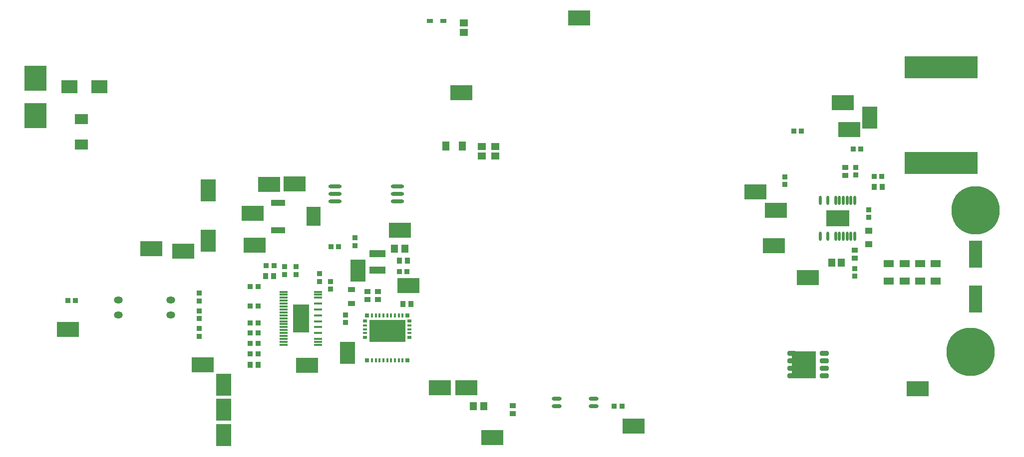
<source format=gbr>
%TF.GenerationSoftware,Altium Limited,Altium Designer,19.0.10 (269)*%
G04 Layer_Color=8421504*
%FSLAX26Y26*%
%MOIN*%
%TF.FileFunction,Paste,Top*%
%TF.Part,Single*%
G01*
G75*
%TA.AperFunction,SMDPad,CuDef*%
%ADD10O,0.017716X0.062992*%
%ADD11R,0.151969X0.107874*%
%ADD12R,0.150000X0.166929*%
%ADD13R,0.485039X0.150591*%
%ADD14R,0.055118X0.051181*%
%ADD15R,0.047244X0.064961*%
%ADD16R,0.149606X0.098425*%
%ADD17R,0.090000X0.070000*%
%ADD18R,0.161417X0.183465*%
G04:AMPARAMS|DCode=19|XSize=33.465mil|YSize=57.087mil|CornerRadius=8.366mil|HoleSize=0mil|Usage=FLASHONLY|Rotation=90.000|XOffset=0mil|YOffset=0mil|HoleType=Round|Shape=RoundedRectangle|*
%AMROUNDEDRECTD19*
21,1,0.033465,0.040354,0,0,90.0*
21,1,0.016732,0.057087,0,0,90.0*
1,1,0.016732,0.020177,0.008366*
1,1,0.016732,0.020177,-0.008366*
1,1,0.016732,-0.020177,-0.008366*
1,1,0.016732,-0.020177,0.008366*
%
%ADD19ROUNDEDRECTD19*%
%ADD20R,0.098425X0.149606*%
%ADD21R,0.033465X0.037402*%
%ADD22C,0.322835*%
%ADD23O,0.088583X0.025591*%
%ADD24R,0.031496X0.023622*%
%ADD25R,0.244095X0.147638*%
%ADD26R,0.031496X0.031496*%
%ADD27R,0.015748X0.031496*%
%ADD28R,0.031496X0.015748*%
%ADD29R,0.037402X0.033465*%
%ADD30R,0.035433X0.039370*%
%ADD31R,0.090551X0.179134*%
%ADD32R,0.051181X0.055118*%
%ADD33R,0.039370X0.035433*%
%ADD34R,0.051181X0.043307*%
%ADD35O,0.066929X0.023622*%
%ADD36R,0.045276X0.053150*%
%ADD37R,0.106299X0.086614*%
%ADD38R,0.092520X0.127953*%
%ADD39R,0.092520X0.039370*%
%ADD40R,0.106299X0.187008*%
%ADD41R,0.057087X0.011811*%
%ADD42R,0.047244X0.033465*%
%ADD43O,0.059055X0.047244*%
%ADD44R,0.106299X0.051181*%
%ADD45R,0.070866X0.051181*%
%ADD46R,0.039370X0.025591*%
G36*
X1916096Y1365354D02*
X1973622D01*
Y1295940D01*
X1916096D01*
Y1365354D01*
D02*
G37*
G36*
X1916085Y1451968D02*
X1973622D01*
Y1382694D01*
X1916085D01*
Y1451968D01*
D02*
G37*
D10*
X5412402Y1923228D02*
D03*
X5463583D02*
D03*
X5514764D02*
D03*
X5540354D02*
D03*
X5565945D02*
D03*
X5591535D02*
D03*
X5617126D02*
D03*
X5642717D02*
D03*
X5412402Y2163386D02*
D03*
X5463583D02*
D03*
X5514764D02*
D03*
X5540354D02*
D03*
X5565945D02*
D03*
X5591535D02*
D03*
X5617126D02*
D03*
X5642717D02*
D03*
D11*
X5527559Y2043307D02*
D03*
D12*
X173622Y2981102D02*
D03*
Y2729921D02*
D03*
D13*
X6220472Y3052067D02*
D03*
Y2412500D02*
D03*
D14*
X3244095Y2521496D02*
D03*
Y2458504D02*
D03*
X3153543Y2523622D02*
D03*
Y2460630D02*
D03*
X3031496Y3350394D02*
D03*
Y3287401D02*
D03*
D15*
X3023622Y2527559D02*
D03*
X2913386D02*
D03*
D16*
X3221000Y576000D02*
D03*
X6062992Y901575D02*
D03*
X3049053Y911124D02*
D03*
X2874016D02*
D03*
X4165354Y653544D02*
D03*
X1984252Y1057992D02*
D03*
X944882Y1838750D02*
D03*
X2661194Y1593273D02*
D03*
X3803150Y3381890D02*
D03*
X5606299Y2637795D02*
D03*
X5564025Y2817865D02*
D03*
X5330709Y1645669D02*
D03*
X5102362Y1858268D02*
D03*
X5116142Y2094734D02*
D03*
X389764Y1301024D02*
D03*
X4979140Y2220472D02*
D03*
X1635507Y1862205D02*
D03*
X1901575Y2271653D02*
D03*
X1731946Y2270900D02*
D03*
X1623919Y2074695D02*
D03*
X1157480Y1822835D02*
D03*
X1290449Y1062992D02*
D03*
X3015748Y2881890D02*
D03*
X2606299Y1964567D02*
D03*
D17*
X478927Y2707758D02*
D03*
Y2536340D02*
D03*
D18*
X5303150Y1062992D02*
D03*
D19*
X5438976Y987992D02*
D03*
Y1037992D02*
D03*
Y1087992D02*
D03*
Y1137992D02*
D03*
X5222441D02*
D03*
Y1087992D02*
D03*
Y1037992D02*
D03*
Y987992D02*
D03*
D20*
X1429134Y929134D02*
D03*
Y761518D02*
D03*
Y593902D02*
D03*
X2255905Y1144002D02*
D03*
X2326541Y1692238D02*
D03*
X5744095Y2716535D02*
D03*
X1326772Y1893114D02*
D03*
Y2228347D02*
D03*
D21*
X5683071Y2505905D02*
D03*
X5631890D02*
D03*
X5822588Y2323002D02*
D03*
X5771407D02*
D03*
X5234252Y2625984D02*
D03*
X5285433D02*
D03*
X1764764Y1727579D02*
D03*
X1713582D02*
D03*
X2197126Y1854331D02*
D03*
X2145945D02*
D03*
X1606299Y1584981D02*
D03*
X1657480D02*
D03*
X1606299Y1456693D02*
D03*
X1657480D02*
D03*
X1606299Y1342520D02*
D03*
X1657480D02*
D03*
X1606299Y1277559D02*
D03*
X1657480D02*
D03*
X1606299Y1206526D02*
D03*
X1657480D02*
D03*
X1606299Y1135492D02*
D03*
X1657480D02*
D03*
X438976Y1492126D02*
D03*
X387795D02*
D03*
X2653957Y1687008D02*
D03*
X2602776D02*
D03*
X4088583Y787402D02*
D03*
X4037402D02*
D03*
D22*
X6417323Y1148622D02*
D03*
X6448819Y2094734D02*
D03*
D23*
X2171535Y2257908D02*
D03*
Y2207908D02*
D03*
Y2157908D02*
D03*
X2588858Y2257908D02*
D03*
Y2207908D02*
D03*
Y2157908D02*
D03*
D24*
X2371417Y1356142D02*
D03*
X2670630Y1245906D02*
D03*
Y1356142D02*
D03*
X2371417Y1245906D02*
D03*
D25*
X2521023Y1291181D02*
D03*
D26*
X2385197Y1094331D02*
D03*
X2656850D02*
D03*
X2385197Y1393543D02*
D03*
X2656850D02*
D03*
D27*
X2418661Y1094331D02*
D03*
X2444252D02*
D03*
X2469842D02*
D03*
X2495433D02*
D03*
X2521023D02*
D03*
X2546614D02*
D03*
X2572205D02*
D03*
X2597795D02*
D03*
X2623386D02*
D03*
X2418661Y1393543D02*
D03*
X2623386D02*
D03*
X2597795D02*
D03*
X2572205D02*
D03*
X2546614D02*
D03*
X2521023D02*
D03*
X2495433D02*
D03*
X2469842D02*
D03*
X2444252D02*
D03*
D28*
X2670630Y1326614D02*
D03*
Y1301024D02*
D03*
Y1275433D02*
D03*
X2371417Y1326614D02*
D03*
Y1301024D02*
D03*
Y1275433D02*
D03*
D29*
X2141732Y1620079D02*
D03*
Y1568898D02*
D03*
X5648957Y2332677D02*
D03*
Y2383858D02*
D03*
X5642947Y1706693D02*
D03*
Y1655512D02*
D03*
X5736221Y2100394D02*
D03*
Y2049213D02*
D03*
X5177165Y2319892D02*
D03*
Y2268711D02*
D03*
X1913386Y1667323D02*
D03*
Y1718504D02*
D03*
X1834646Y1667323D02*
D03*
Y1718504D02*
D03*
X2244095Y1346210D02*
D03*
Y1397391D02*
D03*
X2307086Y1911417D02*
D03*
Y1860236D02*
D03*
X1265748Y1490236D02*
D03*
Y1541417D02*
D03*
Y1423307D02*
D03*
Y1372126D02*
D03*
Y1305197D02*
D03*
Y1254016D02*
D03*
X2067913Y1620368D02*
D03*
Y1671549D02*
D03*
D30*
X5772638Y2251968D02*
D03*
X5825787D02*
D03*
X1762628Y1656545D02*
D03*
X1709478D02*
D03*
X1605315Y1064458D02*
D03*
X1658465D02*
D03*
X2678406Y1468504D02*
D03*
X2625256D02*
D03*
X2603347Y1759842D02*
D03*
X2656496D02*
D03*
D31*
X6448819Y1503937D02*
D03*
Y1803150D02*
D03*
D32*
X5488189Y1747278D02*
D03*
X5551181D02*
D03*
D33*
X5641900Y1776742D02*
D03*
Y1829892D02*
D03*
X5577923Y2328189D02*
D03*
Y2381338D02*
D03*
X3360000Y737425D02*
D03*
Y790575D02*
D03*
X2389596Y1553150D02*
D03*
Y1500000D02*
D03*
X2460630D02*
D03*
Y1553150D02*
D03*
D34*
X5736221Y1868110D02*
D03*
Y1958661D02*
D03*
D35*
X3651407Y837825D02*
D03*
Y787825D02*
D03*
X3899439Y837825D02*
D03*
Y787825D02*
D03*
D36*
X3165402D02*
D03*
X3096504D02*
D03*
X2569065Y1838750D02*
D03*
X2637963D02*
D03*
D37*
X399606Y2924579D02*
D03*
X600394D02*
D03*
D38*
X2029636Y2055118D02*
D03*
D39*
X1791447Y1964567D02*
D03*
Y2145669D02*
D03*
D40*
X1944882Y1374016D02*
D03*
D41*
X2059055Y1551181D02*
D03*
Y1531496D02*
D03*
Y1511811D02*
D03*
Y1472441D02*
D03*
Y1433071D02*
D03*
Y1393701D02*
D03*
Y1354331D02*
D03*
Y1314961D02*
D03*
Y1275591D02*
D03*
Y1236220D02*
D03*
Y1216535D02*
D03*
Y1196850D02*
D03*
X1830709D02*
D03*
Y1216535D02*
D03*
Y1236220D02*
D03*
Y1255906D02*
D03*
Y1275591D02*
D03*
Y1295275D02*
D03*
Y1314961D02*
D03*
Y1334646D02*
D03*
Y1354331D02*
D03*
Y1374016D02*
D03*
Y1393701D02*
D03*
Y1413386D02*
D03*
Y1433071D02*
D03*
Y1452756D02*
D03*
Y1472441D02*
D03*
Y1492126D02*
D03*
Y1511811D02*
D03*
Y1531496D02*
D03*
Y1551181D02*
D03*
D42*
X2282480Y1566929D02*
D03*
Y1472441D02*
D03*
D43*
X726378Y1395535D02*
D03*
Y1495535D02*
D03*
X1076772D02*
D03*
Y1395535D02*
D03*
D44*
X2456693Y1696850D02*
D03*
Y1807087D02*
D03*
D45*
X5870079Y1624015D02*
D03*
Y1738189D02*
D03*
X5974577Y1624016D02*
D03*
Y1738189D02*
D03*
X6079075Y1624016D02*
D03*
Y1738189D02*
D03*
X6183573Y1624016D02*
D03*
Y1738189D02*
D03*
D46*
X2895669Y3362992D02*
D03*
X2805118D02*
D03*
%TF.MD5,90736f4f092d58f345f2bbea549398e6*%
M02*

</source>
